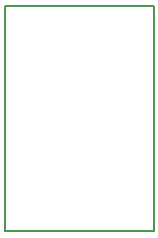
<source format=gbr>
G04 #@! TF.FileFunction,Profile,NP*
%FSLAX46Y46*%
G04 Gerber Fmt 4.6, Leading zero omitted, Abs format (unit mm)*
G04 Created by KiCad (PCBNEW 4.0.2+dfsg1-stable) date Tue 16 May 2017 12:42:15 BST*
%MOMM*%
G01*
G04 APERTURE LIST*
%ADD10C,0.100000*%
%ADD11C,0.150000*%
G04 APERTURE END LIST*
D10*
D11*
X201485500Y-99695000D02*
X201485500Y-118745000D01*
X188849000Y-99695000D02*
X201485500Y-99695000D01*
X188849000Y-118745000D02*
X201485500Y-118745000D01*
X188849000Y-99695000D02*
X188849000Y-118745000D01*
M02*

</source>
